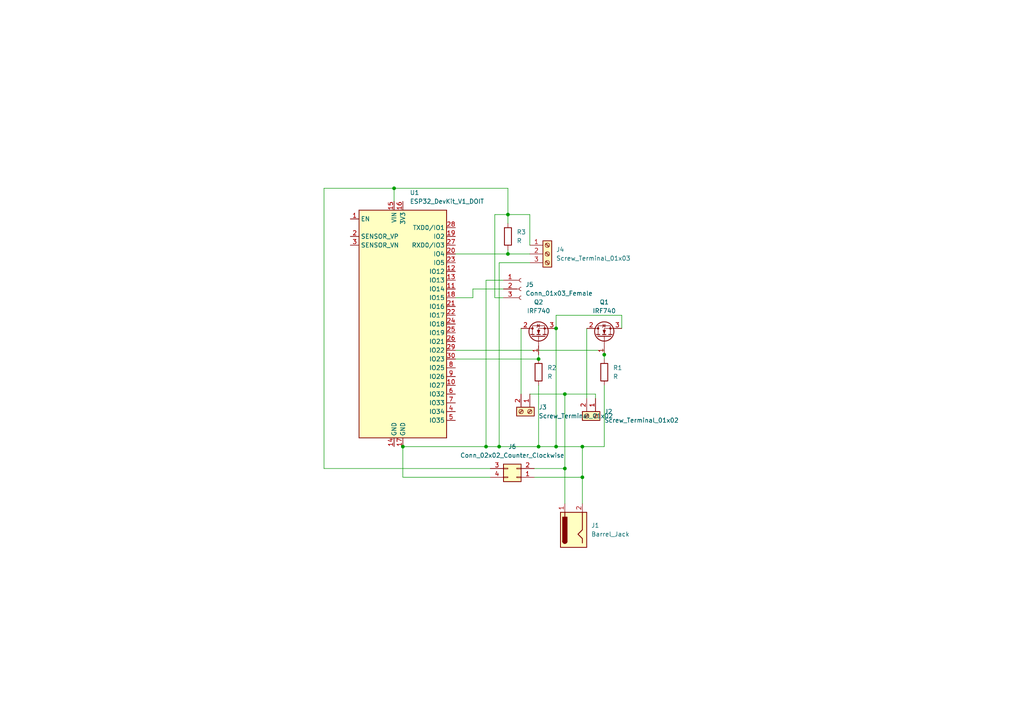
<source format=kicad_sch>
(kicad_sch (version 20231120) (generator "eeschema") (generator_version "8.0")
  (paper "A4")
  (lib_symbols
    (symbol "Connector:Barrel_Jack" (pin_names (offset 1.016))
      (property "Reference" "J" (at 0 5.334 0))
      (property "Value" "Barrel_Jack" (at 0 -5.08 0))
      (symbol "Barrel_Jack_0_1"
        (rectangle (start -5.08 3.81) (end 5.08 -3.81) (stroke (width 0.254)) (fill (type background)))
        (arc (start -3.302 3.175) (mid -3.9342 2.54) (end -3.302 1.905) (stroke (width 0.254)))
        (arc (start -3.302 3.175) (mid -3.9342 2.54) (end -3.302 1.905) (stroke (width 0.254)) (fill (type outline)))
        (polyline (pts (xy 5.08 2.54) (xy 3.81 2.54)) (stroke (width 0.254)))
        (polyline (pts (xy -3.81 -2.54) (xy -2.54 -2.54) (xy -1.27 -1.27) (xy 0 -2.54) (xy 2.54 -2.54) (xy 5.08 -2.54)) (stroke (width 0.254)))
        (rectangle (start 3.683 3.175) (end -3.302 1.905) (stroke (width 0.254)) (fill (type outline)))
      )
      (symbol "Barrel_Jack_1_1"
        (pin passive line (at 7.62 2.54 180) (length 2.54) (name "~") (number "1"))
        (pin passive line (at 7.62 -2.54 180) (length 2.54) (name "~") (number "2"))
      )
    )
    (symbol "Connector:Conn_01x03_Female" (pin_names (offset 1.016) hide)
      (property "Reference" "J" (at 0 5.08 0))
      (property "Value" "Conn_01x03_Female" (at 0 -5.08 0))
      (symbol "Conn_01x03_Female_1_1"
        (arc (start 0 -2.032) (mid -0.5058 -2.54) (end 0 -3.048) (stroke (width 0.1524)))
        (polyline (pts (xy -1.27 -2.54) (xy -0.508 -2.54)) (stroke (width 0.1524)))
        (polyline (pts (xy -1.27 0) (xy -0.508 0)) (stroke (width 0.1524)))
        (polyline (pts (xy -1.27 2.54) (xy -0.508 2.54)) (stroke (width 0.1524)))
        (arc (start 0 0.508) (mid -0.5058 0) (end 0 -0.508) (stroke (width 0.1524)))
        (arc (start 0 3.048) (mid -0.5058 2.54) (end 0 2.032) (stroke (width 0.1524)))
        (pin passive line (at -5.08 2.54 0) (length 3.81) (name "Pin_1") (number "1"))
        (pin passive line (at -5.08 0 0) (length 3.81) (name "Pin_2") (number "2"))
        (pin passive line (at -5.08 -2.54 0) (length 3.81) (name "Pin_3") (number "3"))
      )
    )
    (symbol "Connector:Screw_Terminal_01x02" (pin_names (offset 1.016) hide)
      (property "Reference" "J" (at 0 2.54 0))
      (property "Value" "Screw_Terminal_01x02" (at 0 -5.08 0))
      (symbol "Screw_Terminal_01x02_1_1"
        (rectangle (start -1.27 1.27) (end 1.27 -3.81) (stroke (width 0.254)) (fill (type background)))
        (circle (center 0 -2.54) (radius 0.635) (stroke (width 0.1524)))
        (polyline (pts (xy -0.5334 -2.2098) (xy 0.3302 -3.048)) (stroke (width 0.1524)))
        (polyline (pts (xy -0.5334 0.3302) (xy 0.3302 -0.508)) (stroke (width 0.1524)))
        (polyline (pts (xy -0.3556 -2.032) (xy 0.508 -2.8702)) (stroke (width 0.1524)))
        (polyline (pts (xy -0.3556 0.508) (xy 0.508 -0.3302)) (stroke (width 0.1524)))
        (circle (center 0 0) (radius 0.635) (stroke (width 0.1524)))
        (pin passive line (at -5.08 0 0) (length 3.81) (name "Pin_1") (number "1"))
        (pin passive line (at -5.08 -2.54 0) (length 3.81) (name "Pin_2") (number "2"))
      )
    )
    (symbol "Connector:Screw_Terminal_01x03" (pin_names (offset 1.016) hide)
      (property "Reference" "J" (at 0 5.08 0))
      (property "Value" "Screw_Terminal_01x03" (at 0 -5.08 0))
      (symbol "Screw_Terminal_01x03_1_1"
        (rectangle (start -1.27 3.81) (end 1.27 -3.81) (stroke (width 0.254)) (fill (type background)))
        (circle (center 0 -2.54) (radius 0.635) (stroke (width 0.1524)))
        (polyline (pts (xy -0.5334 -2.2098) (xy 0.3302 -3.048)) (stroke (width 0.1524)))
        (polyline (pts (xy -0.5334 0.3302) (xy 0.3302 -0.508)) (stroke (width 0.1524)))
        (polyline (pts (xy -0.5334 2.8702) (xy 0.3302 2.032)) (stroke (width 0.1524)))
        (polyline (pts (xy -0.3556 -2.032) (xy 0.508 -2.8702)) (stroke (width 0.1524)))
        (polyline (pts (xy -0.3556 0.508) (xy 0.508 -0.3302)) (stroke (width 0.1524)))
        (polyline (pts (xy -0.3556 3.048) (xy 0.508 2.2098)) (stroke (width 0.1524)))
        (circle (center 0 0) (radius 0.635) (stroke (width 0.1524)))
        (circle (center 0 2.54) (radius 0.635) (stroke (width 0.1524)))
        (pin passive line (at -5.08 2.54 0) (length 3.81) (name "Pin_1") (number "1"))
        (pin passive line (at -5.08 0 0) (length 3.81) (name "Pin_2") (number "2"))
        (pin passive line (at -5.08 -2.54 0) (length 3.81) (name "Pin_3") (number "3"))
      )
    )
    (symbol "Connector_Generic:Conn_02x02_Counter_Clockwise" (pin_names (offset 1.016) hide)
      (property "Reference" "J" (at 1.27 2.54 0))
      (property "Value" "Conn_02x02_Counter_Clockwise" (at 1.27 -5.08 0))
      (symbol "Conn_02x02_Counter_Clockwise_1_1"
        (rectangle (start -1.27 -2.413) (end 0 -2.667) (stroke (width 0.1524)))
        (rectangle (start -1.27 0.127) (end 0 -0.127) (stroke (width 0.1524)))
        (rectangle (start -1.27 1.27) (end 3.81 -3.81) (stroke (width 0.254)) (fill (type background)))
        (rectangle (start 3.81 -2.413) (end 2.54 -2.667) (stroke (width 0.1524)))
        (rectangle (start 3.81 0.127) (end 2.54 -0.127) (stroke (width 0.1524)))
        (pin passive line (at -5.08 0 0) (length 3.81) (name "Pin_1") (number "1"))
        (pin passive line (at -5.08 -2.54 0) (length 3.81) (name "Pin_2") (number "2"))
        (pin passive line (at 7.62 -2.54 180) (length 3.81) (name "Pin_3") (number "3"))
        (pin passive line (at 7.62 0 180) (length 3.81) (name "Pin_4") (number "4"))
      )
    )
    (symbol "Device:R" (pin_numbers hide) (pin_names (offset 0))
      (property "Reference" "R" (at 2.032 0 90))
      (property "Value" "R" (at 0 0 90))
      (symbol "R_0_1"
        (rectangle (start -1.016 -2.54) (end 1.016 2.54) (stroke (width 0.254)))
      )
      (symbol "R_1_1"
        (pin passive line (at 0 3.81 270) (length 1.27) (name "~") (number "1"))
        (pin passive line (at 0 -3.81 90) (length 1.27) (name "~") (number "2"))
      )
    )
    (symbol "Transistor_FET:IRF740" (pin_names hide)
      (property "Reference" "Q" (at 6.35 1.905 0))
      (property "Value" "IRF740" (at 6.35 0 0))
      (symbol "IRF740_0_1"
        (polyline (pts (xy 0.254 0) (xy -2.54 0)))
        (polyline (pts (xy 0.254 1.905) (xy 0.254 -1.905)) (stroke (width 0.254)))
        (polyline (pts (xy 0.762 -1.27) (xy 0.762 -2.286)) (stroke (width 0.254)))
        (polyline (pts (xy 0.762 0.508) (xy 0.762 -0.508)) (stroke (width 0.254)))
        (polyline (pts (xy 0.762 2.286) (xy 0.762 1.27)) (stroke (width 0.254)))
        (polyline (pts (xy 2.54 2.54) (xy 2.54 1.778)))
        (polyline (pts (xy 2.54 -2.54) (xy 2.54 0) (xy 0.762 0)))
        (polyline (pts (xy 0.762 -1.778) (xy 3.302 -1.778) (xy 3.302 1.778) (xy 0.762 1.778)))
        (polyline (pts (xy 1.016 0) (xy 2.032 0.381) (xy 2.032 -0.381) (xy 1.016 0)) (fill (type outline)))
        (polyline (pts (xy 2.794 0.508) (xy 2.921 0.381) (xy 3.683 0.381) (xy 3.81 0.254)))
        (polyline (pts (xy 3.302 0.381) (xy 2.921 -0.254) (xy 3.683 -0.254) (xy 3.302 0.381)))
        (circle (center 1.651 0) (radius 2.794) (stroke (width 0.254)))
        (circle (center 2.54 -1.778) (radius 0.254) (fill (type outline)))
        (circle (center 2.54 1.778) (radius 0.254) (fill (type outline)))
      )
      (symbol "IRF740_1_1"
        (pin input line (at -5.08 0 0) (length 2.54) (name "G") (number "1"))
        (pin passive line (at 2.54 5.08 270) (length 2.54) (name "D") (number "2"))
        (pin passive line (at 2.54 -5.08 90) (length 2.54) (name "S") (number "3"))
      )
    )
    (symbol "esp32_devkit_v1_doit:ESP32_DevKit_V1_DOIT"
      (property "Reference" "U" (at -11.43 34.29 0))
      (property "Value" "ESP32_DevKit_V1_DOIT" (at 11.43 34.29 0))
      (symbol "ESP32_DevKit_V1_DOIT_1_1"
        (rectangle (start -12.7 33.02) (end 12.7 -33.02) (stroke (width 0.254)) (fill (type background)))
        (pin input line (at -15.24 30.48 0) (length 2.54) (name "EN") (number "1"))
        (pin bidirectional line (at 15.24 -17.78 180) (length 2.54) (name "IO27") (number "10"))
        (pin bidirectional line (at 15.24 10.16 180) (length 2.54) (name "IO14") (number "11"))
        (pin bidirectional line (at 15.24 15.24 180) (length 2.54) (name "IO12") (number "12"))
        (pin bidirectional line (at 15.24 12.7 180) (length 2.54) (name "IO13") (number "13"))
        (pin power_in line (at -2.54 -35.56 90) (length 2.54) (name "GND") (number "14"))
        (pin power_in line (at -2.54 35.56 270) (length 2.54) (name "VIN") (number "15"))
        (pin power_in line (at 0 35.56 270) (length 2.54) (name "3V3") (number "16"))
        (pin power_in line (at 0 -35.56 90) (length 2.54) (name "GND") (number "17"))
        (pin bidirectional line (at 15.24 7.62 180) (length 2.54) (name "IO15") (number "18"))
        (pin bidirectional line (at 15.24 25.4 180) (length 2.54) (name "IO2") (number "19"))
        (pin input line (at -15.24 25.4 0) (length 2.54) (name "SENSOR_VP") (number "2"))
        (pin bidirectional line (at 15.24 20.32 180) (length 2.54) (name "IO4") (number "20"))
        (pin bidirectional line (at 15.24 5.08 180) (length 2.54) (name "IO16") (number "21"))
        (pin bidirectional line (at 15.24 2.54 180) (length 2.54) (name "IO17") (number "22"))
        (pin bidirectional line (at 15.24 17.78 180) (length 2.54) (name "IO5") (number "23"))
        (pin bidirectional line (at 15.24 0 180) (length 2.54) (name "IO18") (number "24"))
        (pin bidirectional line (at 15.24 -2.54 180) (length 2.54) (name "IO19") (number "25"))
        (pin bidirectional line (at 15.24 -5.08 180) (length 2.54) (name "IO21") (number "26"))
        (pin bidirectional line (at 15.24 22.86 180) (length 2.54) (name "RXD0/IO3") (number "27"))
        (pin bidirectional line (at 15.24 27.94 180) (length 2.54) (name "TXD0/IO1") (number "28"))
        (pin bidirectional line (at 15.24 -7.62 180) (length 2.54) (name "IO22") (number "29"))
        (pin input line (at -15.24 22.86 0) (length 2.54) (name "SENSOR_VN") (number "3"))
        (pin bidirectional line (at 15.24 -10.16 180) (length 2.54) (name "IO23") (number "30"))
        (pin input line (at 15.24 -25.4 180) (length 2.54) (name "IO34") (number "4"))
        (pin input line (at 15.24 -27.94 180) (length 2.54) (name "IO35") (number "5"))
        (pin bidirectional line (at 15.24 -20.32 180) (length 2.54) (name "IO32") (number "6"))
        (pin bidirectional line (at 15.24 -22.86 180) (length 2.54) (name "IO33") (number "7"))
        (pin bidirectional line (at 15.24 -12.7 180) (length 2.54) (name "IO25") (number "8"))
        (pin bidirectional line (at 15.24 -15.24 180) (length 2.54) (name "IO26") (number "9"))
      )
    )
  )
  (junction (at 168.91 129.54))
  (junction (at 140.97 129.54))
  (junction (at 168.91 138.43))
  (junction (at 114.3 54.61))
  (junction (at 156.21 104.14))
  (junction (at 163.83 135.89))
  (junction (at 163.83 114.3))
  (junction (at 116.84 129.54))
  (junction (at 175.26 102.87))
  (junction (at 161.29 129.54))
  (junction (at 147.32 62.23))
  (junction (at 156.21 129.54))
  (junction (at 147.32 73.66))
  (junction (at 161.29 95.25))
  (junction (at 144.78 129.54))
  (wire (pts (xy 93.98 135.89) (xy 93.98 54.61)))
  (wire (pts (xy 140.97 129.54) (xy 144.78 129.54)))
  (wire (pts (xy 144.78 76.2) (xy 144.78 129.54)))
  (wire (pts (xy 147.32 73.66) (xy 147.32 72.39)))
  (wire (pts (xy 172.72 115.57) (xy 172.72 114.3)))
  (wire (pts (xy 156.21 129.54) (xy 161.29 129.54)))
  (wire (pts (xy 132.08 86.36) (xy 137.16 86.36)))
  (wire (pts (xy 175.26 129.54) (xy 175.26 111.76)))
  (wire (pts (xy 147.32 62.23) (xy 147.32 64.77)))
  (wire (pts (xy 153.67 62.23) (xy 153.67 71.12)))
  (wire (pts (xy 143.51 86.36) (xy 143.51 62.23)))
  (wire (pts (xy 172.72 114.3) (xy 163.83 114.3)))
  (wire (pts (xy 163.83 135.89) (xy 163.83 146.05)))
  (wire (pts (xy 146.05 83.82) (xy 137.16 83.82)))
  (wire (pts (xy 114.3 58.42) (xy 114.3 54.61)))
  (wire (pts (xy 147.32 73.66) (xy 153.67 73.66)))
  (wire (pts (xy 153.67 114.3) (xy 163.83 114.3)))
  (wire (pts (xy 161.29 91.44) (xy 180.34 91.44)))
  (wire (pts (xy 132.08 73.66) (xy 147.32 73.66)))
  (wire (pts (xy 132.08 104.14) (xy 156.21 104.14)))
  (wire (pts (xy 161.29 95.25) (xy 161.29 91.44)))
  (wire (pts (xy 156.21 104.14) (xy 156.21 102.87)))
  (wire (pts (xy 175.26 102.87) (xy 175.26 101.6)))
  (wire (pts (xy 170.18 95.25) (xy 170.18 115.57)))
  (wire (pts (xy 168.91 129.54) (xy 175.26 129.54)))
  (wire (pts (xy 142.24 138.43) (xy 116.84 138.43)))
  (wire (pts (xy 154.94 135.89) (xy 163.83 135.89)))
  (wire (pts (xy 116.84 129.54) (xy 140.97 129.54)))
  (wire (pts (xy 137.16 83.82) (xy 137.16 86.36)))
  (wire (pts (xy 151.13 95.25) (xy 151.13 114.3)))
  (wire (pts (xy 163.83 114.3) (xy 163.83 135.89)))
  (wire (pts (xy 146.05 81.28) (xy 140.97 81.28)))
  (wire (pts (xy 175.26 104.14) (xy 175.26 102.87)))
  (wire (pts (xy 147.32 54.61) (xy 147.32 62.23)))
  (wire (pts (xy 168.91 138.43) (xy 168.91 146.05)))
  (wire (pts (xy 93.98 54.61) (xy 114.3 54.61)))
  (wire (pts (xy 144.78 129.54) (xy 156.21 129.54)))
  (wire (pts (xy 143.51 62.23) (xy 147.32 62.23)))
  (wire (pts (xy 140.97 81.28) (xy 140.97 129.54)))
  (wire (pts (xy 114.3 54.61) (xy 147.32 54.61)))
  (wire (pts (xy 153.67 76.2) (xy 144.78 76.2)))
  (wire (pts (xy 147.32 62.23) (xy 153.67 62.23)))
  (wire (pts (xy 156.21 111.76) (xy 156.21 129.54)))
  (wire (pts (xy 180.34 91.44) (xy 180.34 95.25)))
  (wire (pts (xy 161.29 95.25) (xy 161.29 129.54)))
  (wire (pts (xy 116.84 138.43) (xy 116.84 129.54)))
  (wire (pts (xy 93.98 135.89) (xy 142.24 135.89)))
  (wire (pts (xy 161.29 129.54) (xy 168.91 129.54)))
  (wire (pts (xy 168.91 129.54) (xy 168.91 138.43)))
  (wire (pts (xy 132.08 101.6) (xy 175.26 101.6)))
  (wire (pts (xy 146.05 86.36) (xy 143.51 86.36)))
  (wire (pts (xy 154.94 138.43) (xy 168.91 138.43)))
  (symbol (lib_id "Transistor_FET:IRF740") (at 175.26 97.79 90) (unit 1)
    (property "Reference" "Q1" (at 175.26 87.63 90))
    (property "Value" "IRF740" (at 175.26 90.17 90))
    (property "Footprint" "Package_TO_SOT_THT:TO-220-3_Vertical" (effects (hide yes)))
    (property "Datasheet" "http://www.vishay.com/docs/91054/91054.pdf" (effects (hide yes)))
  )
  (symbol (lib_id "Connector:Screw_Terminal_01x02") (at 153.67 119.38 270) (unit 1)
    (property "Reference" "J3" (at 156.21 118.1099 90) (effects (justify left)))
    (property "Value" "Screw_Terminal_01x02" (at 156.21 120.6499 90) (effects (justify left)))
    (property "Footprint" "TerminalBlock_Phoenix:TerminalBlock_Phoenix_MKDS-1,5-2_1x02_P5.00mm_Horizontal" (effects (hide yes)))
  )
  (symbol (lib_id "Device:R") (at 147.32 68.58 0) (unit 1)
    (property "Reference" "R3" (at 149.86 67.3099 0) (effects (justify left)))
    (property "Value" "R" (at 149.86 69.8499 0) (effects (justify left)))
    (property "Footprint" "Resistor_THT:R_Axial_DIN0207_L6.3mm_D2.5mm_P2.54mm_Vertical" (effects (hide yes)))
  )
  (symbol (lib_id "Connector:Screw_Terminal_01x03") (at 158.75 73.66 0) (unit 1)
    (property "Reference" "J4" (at 161.29 72.3899 0) (effects (justify left)))
    (property "Value" "Screw_Terminal_01x03" (at 161.29 74.9299 0) (effects (justify left)))
    (property "Footprint" "TerminalBlock_Phoenix:TerminalBlock_Phoenix_MKDS-1,5-3_1x03_P5.00mm_Horizontal" (effects (hide yes)))
  )
  (symbol (lib_id "Connector_Generic:Conn_02x02_Counter_Clockwise") (at 149.86 138.43 180) (unit 1)
    (property "Reference" "J6" (at 148.59 129.54 0))
    (property "Value" "Conn_02x02_Counter_Clockwise" (at 148.59 132.08 0))
    (property "Footprint" "Library:SRT_MPT1584EN_Module" (effects (hide yes)))
    (property "Description" "Generic connector, double row, 02x02, counter clockwise pin numbering scheme (similar to DIP package numbering), script generated (kicad-library-utils/schlib/autogen/connector/)" (effects (hide yes)))
  )
  (symbol (lib_id "esp32_devkit_v1_doit:ESP32_DevKit_V1_DOIT") (at 116.84 93.98 0) (unit 1)
    (property "Reference" "U1" (at 118.8594 55.88 0) (effects (justify left)))
    (property "Value" "ESP32_DevKit_V1_DOIT" (at 118.8594 58.42 0) (effects (justify left)))
    (property "Footprint" "esp32_devkit_v1_doit:esp32_devkit_v1_doit" (effects (hide yes)))
    (property "Datasheet" "https://aliexpress.com/item/32864722159.html" (effects (hide yes)))
  )
  (symbol (lib_id "Connector:Barrel_Jack") (at 166.37 153.67 90) (unit 1)
    (property "Reference" "J1" (at 171.45 152.3999 90) (effects (justify right)))
    (property "Value" "Barrel_Jack" (at 171.45 154.9399 90) (effects (justify right)))
    (property "Footprint" "Connector_BarrelJack:BarrelJack_Horizontal" (effects (hide yes)))
  )
  (symbol (lib_id "Connector:Screw_Terminal_01x02") (at 172.72 120.65 270) (unit 1)
    (property "Reference" "J2" (at 175.26 119.3799 90) (effects (justify left)))
    (property "Value" "Screw_Terminal_01x02" (at 175.26 121.9199 90) (effects (justify left)))
    (property "Footprint" "TerminalBlock_Phoenix:TerminalBlock_Phoenix_MKDS-1,5-2_1x02_P5.00mm_Horizontal" (effects (hide yes)))
  )
  (symbol (lib_id "Transistor_FET:IRF740") (at 156.21 97.79 90) (unit 1)
    (property "Reference" "Q2" (at 156.21 87.63 90))
    (property "Value" "IRF740" (at 156.21 90.17 90))
    (property "Footprint" "Package_TO_SOT_THT:TO-220-3_Vertical" (effects (hide yes)))
    (property "Datasheet" "http://www.vishay.com/docs/91054/91054.pdf" (effects (hide yes)))
  )
  (symbol (lib_id "Device:R") (at 175.26 107.95 0) (unit 1)
    (property "Reference" "R1" (at 177.8 106.6799 0) (effects (justify left)))
    (property "Value" "R" (at 177.8 109.2199 0) (effects (justify left)))
    (property "Footprint" "Resistor_THT:R_Axial_DIN0207_L6.3mm_D2.5mm_P2.54mm_Vertical" (effects (hide yes)))
  )
  (symbol (lib_id "Device:R") (at 156.21 107.95 0) (unit 1)
    (property "Reference" "R2" (at 158.75 106.6799 0) (effects (justify left)))
    (property "Value" "R" (at 158.75 109.2199 0) (effects (justify left)))
    (property "Footprint" "Resistor_THT:R_Axial_DIN0207_L6.3mm_D2.5mm_P2.54mm_Vertical" (effects (hide yes)))
  )
  (symbol (lib_id "Connector:Conn_01x03_Female") (at 151.13 83.82 0) (unit 1)
    (property "Reference" "J5" (at 152.4 82.5499 0) (effects (justify left)))
    (property "Value" "Conn_01x03_Female" (at 152.4 85.0899 0) (effects (justify left)))
    (property "Footprint" "Connector_PinSocket_2.54mm:PinSocket_1x03_P2.54mm_Vertical" (effects (hide yes)))
  )
)
</source>
